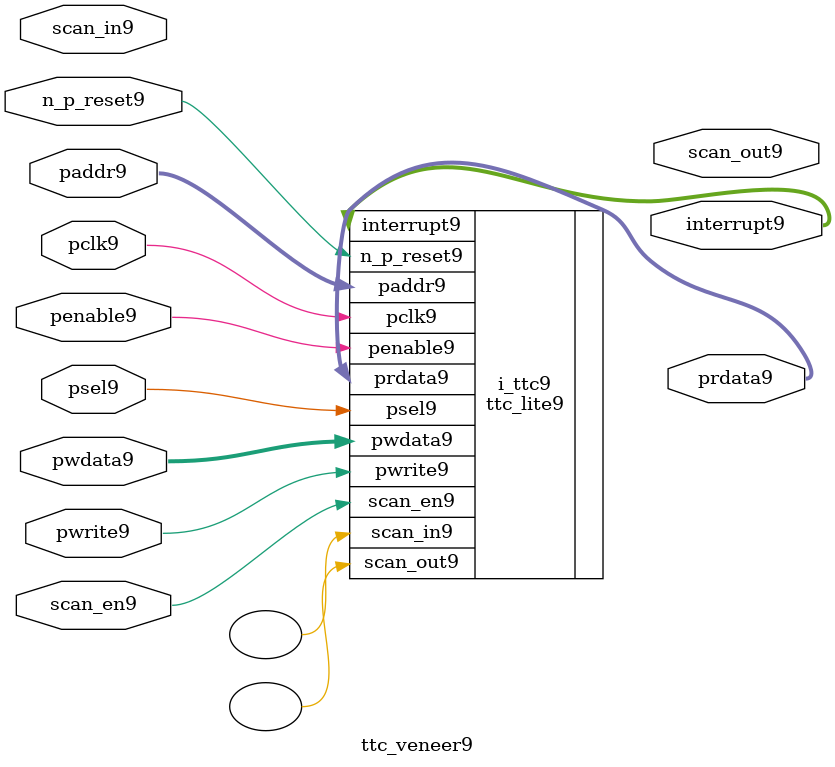
<source format=v>
module ttc_veneer9 (
           
           //inputs9
           n_p_reset9,
           pclk9,
           psel9,
           penable9,
           pwrite9,
           pwdata9,
           paddr9,
           scan_in9,
           scan_en9,

           //outputs9
           prdata9,
           interrupt9,
           scan_out9           

           );


//-----------------------------------------------------------------------------
// PORT DECLARATIONS9
//-----------------------------------------------------------------------------

   input         n_p_reset9;            //System9 Reset9
   input         pclk9;                 //System9 clock9
   input         psel9;                 //Select9 line
   input         penable9;              //Enable9
   input         pwrite9;               //Write line, 1 for write, 0 for read
   input [31:0]  pwdata9;               //Write data
   input [7:0]   paddr9;                //Address Bus9 register
   input         scan_in9;              //Scan9 chain9 input port
   input         scan_en9;              //Scan9 chain9 enable port
   
   output [31:0] prdata9;               //Read Data from the APB9 Interface9
   output [3:1]  interrupt9;            //Interrupt9 from PCI9 
   output        scan_out9;             //Scan9 chain9 output port

//##############################################################################
// if the TTC9 is NOT9 black9 boxed9 
//##############################################################################
`ifndef FV_KIT_BLACK_BOX_TTC9 

ttc_lite9 i_ttc9(

   //inputs9
   .n_p_reset9(n_p_reset9),
   .pclk9(pclk9),
   .psel9(psel9),
   .penable9(penable9),
   .pwrite9(pwrite9),
   .pwdata9(pwdata9),
   .paddr9(paddr9),
   .scan_in9(),
   .scan_en9(scan_en9),

   //outputs9
   .prdata9(prdata9),
   .interrupt9(interrupt9),
   .scan_out9()
);

`else 
//##############################################################################
// if the TTC9 is black9 boxed9 
//##############################################################################

   wire          n_p_reset9;            //System9 Reset9
   wire          pclk9;                 //System9 clock9
   wire          psel9;                 //Select9 line
   wire          penable9;              //Enable9
   wire          pwrite9;               //Write line, 1 for write, 0 for read
   wire  [31:0]  pwdata9;               //Write data
   wire  [7:0]   paddr9;                //Address Bus9 register
   wire          scan_in9;              //Scan9 chain9 wire  port
   wire          scan_en9;              //Scan9 chain9 enable port
   
   reg    [31:0] prdata9;               //Read Data from the APB9 Interface9
   reg    [3:1]  interrupt9;            //Interrupt9 from PCI9 
   reg           scan_out9;             //Scan9 chain9 reg    port

`endif
//##############################################################################
// black9 boxed9 defines9 
//##############################################################################

endmodule

</source>
